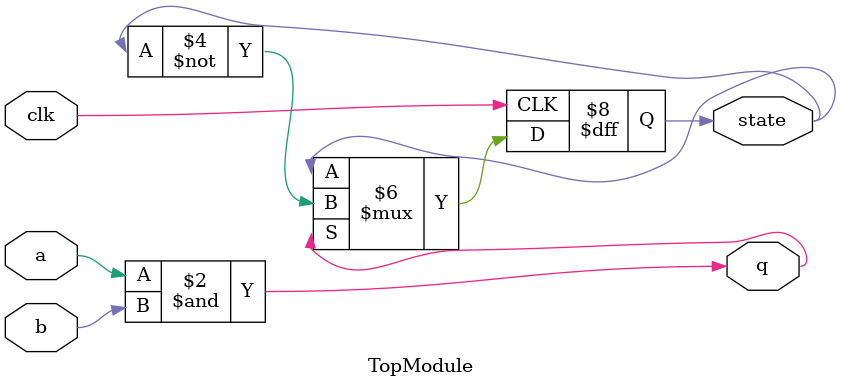
<source format=sv>
module TopModule (
    input  wire clk,    // Clock signal, positive-edge triggered
    input  wire a,      // Input signal 'a', 1-bit, unsigned
    input  wire b,      // Input signal 'b', 1-bit, unsigned
    output reg  q,      // Output signal 'q', 1-bit, reflects combinational logic
    output reg  state   // Output signal 'state', 1-bit, reflects the flip-flop state
);

    // Combinational logic for output q
    always @(*) begin
        q = a & b;
    end

    // Sequential logic for state
    always @(posedge clk) begin
        if (q) begin
            state <= ~state; // Toggle state if q is high
        end
    end

    // Initial state setup
    initial begin
        state = 1'b0; // Initialize state to 0
    end

endmodule
</source>
